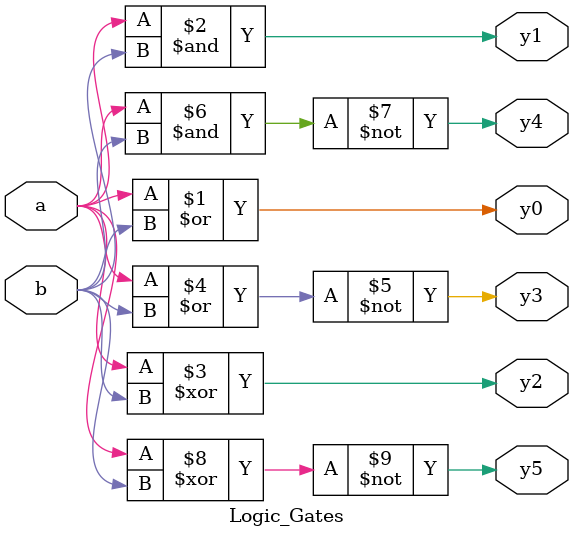
<source format=v>
`timescale 1ns / 1ps


module Logic_Gates(
    input a,b,
    output y0,y1,y2,y3,y4,y5
    );
    
    assign y0=a |b;
    assign y1=a &b;
    assign y2=a ^b;
    assign y3=~(a|b);
    assign y4=~(a&b);
    assign y5=~(a^b);
endmodule

</source>
